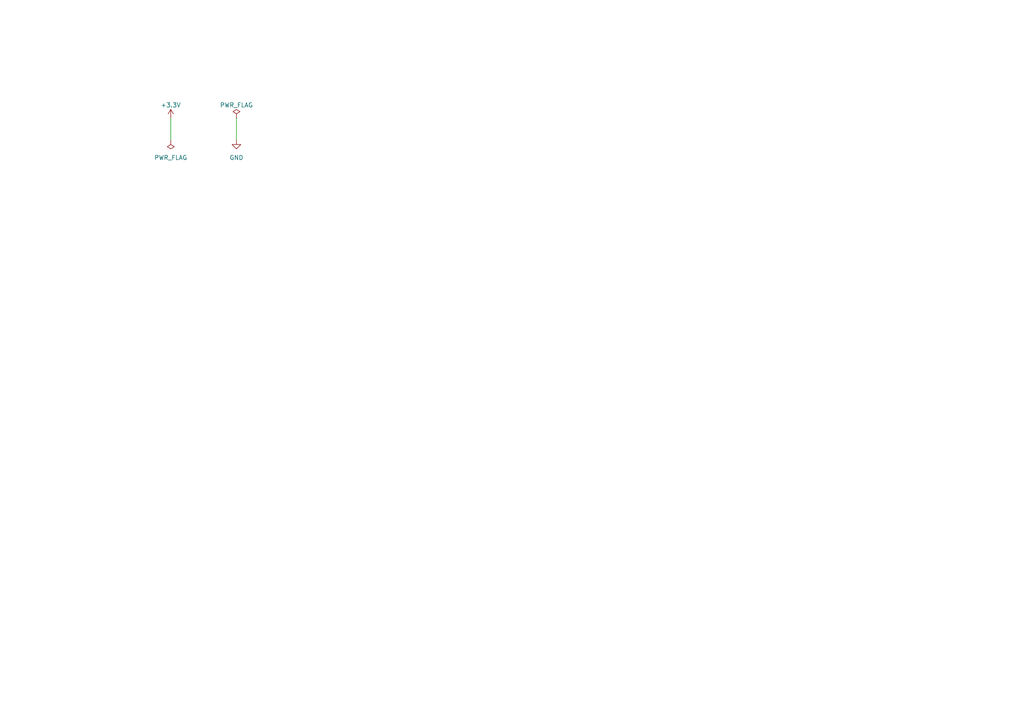
<source format=kicad_sch>
(kicad_sch (version 20230121) (generator eeschema)
  (paper "A4")
  (lib_symbols
    (symbol "power:+3.3V" (power) (pin_names (offset 0))
      (property "Value" "+3.3V" (at 0 3.556 0))
      (symbol "+3.3V_0_1"
        (polyline (pts (xy -0.762 1.27) (xy 0 2.54)))
        (polyline (pts (xy 0 0) (xy 0 2.54)))
        (polyline (pts (xy 0 2.54) (xy 0.762 1.27)))
      )
      (symbol "+3.3V_1_1"
        (pin power_in line (at 0 0 90) (length 0) hide (name "+3.3V") (number "1"))
      )
    )
    (symbol "power:GND" (power) (pin_names (offset 0))
      (property "Value" "GND" (at 0 -3.81 0))
      (symbol "GND_0_1"
        (polyline (pts (xy 0 0) (xy 0 -1.27) (xy 1.27 -1.27) (xy 0 -2.54) (xy -1.27 -1.27) (xy 0 -1.27)))
      )
      (symbol "GND_1_1"
        (pin power_in line (at 0 0 270) (length 0) hide (name "GND") (number "1"))
      )
    )
    (symbol "power:PWR_FLAG" (power) (pin_numbers hide) (pin_names (offset 0) hide)
      (property "Value" "PWR_FLAG" (at 0 3.81 0))
      (symbol "PWR_FLAG_0_0"
        (pin power_out line (at 0 0 90) (length 0) (name "pwr") (number "1"))
      )
      (symbol "PWR_FLAG_0_1"
        (polyline (pts (xy 0 0) (xy 0 1.27) (xy -1.016 1.905) (xy 0 2.54) (xy 1.016 1.905) (xy 0 1.27)))
      )
    )
  )
  (wire (pts (xy 49.53 34.29) (xy 49.53 40.64)))
  (wire (pts (xy 68.58 34.29) (xy 68.58 40.64)))
  (symbol (lib_id "power:+3.3V") (at 49.53 34.29 0) (unit 1)
    (property "Reference" "#PWR01" (effects hide))
    (property "Value" "+3.3V" (at 49.53 30.48 0))
  )
  (symbol (lib_id "power:PWR_FLAG") (at 49.53 40.64 180) (unit 1)
    (property "Reference" "#FLG02" (effects hide))
    (property "Value" "PWR_FLAG" (at 49.53 45.72 0))
  )
  (symbol (lib_id "power:PWR_FLAG") (at 68.58 34.29 0) (unit 1)
    (property "Reference" "#FLG01" (effects hide))
    (property "Value" "PWR_FLAG" (at 68.58 30.48 0))
  )
  (symbol (lib_id "power:GND") (at 68.58 40.64 0) (unit 1)
    (property "Reference" "#PWR02" (effects hide))
    (property "Value" "GND" (at 68.58 45.72 0))
  )
)
</source>
